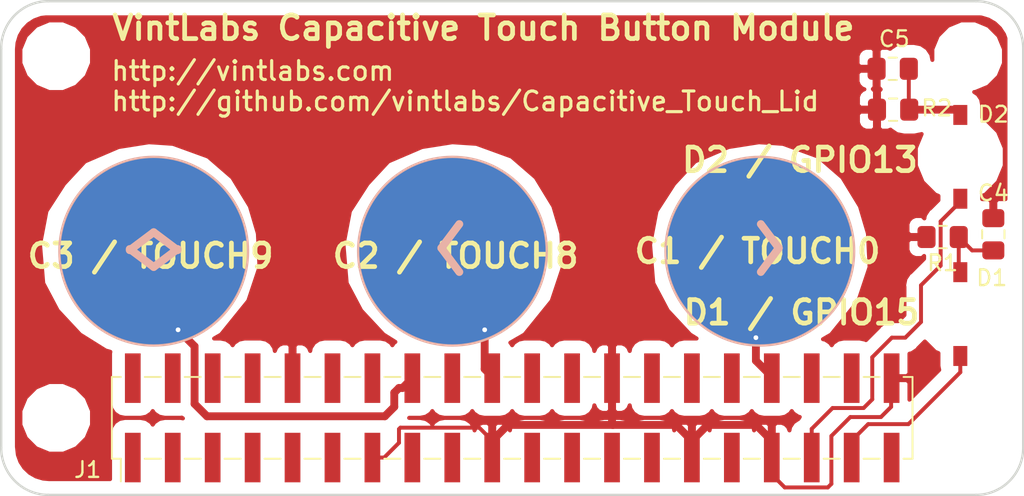
<source format=kicad_pcb>
(kicad_pcb (version 20171130) (host pcbnew 5.1.0)

  (general
    (thickness 1.6)
    (drawings 19)
    (tracks 73)
    (zones 0)
    (modules 14)
    (nets 37)
  )

  (page A4)
  (layers
    (0 F.Cu signal hide)
    (31 B.Cu signal hide)
    (32 B.Adhes user)
    (33 F.Adhes user)
    (34 B.Paste user)
    (35 F.Paste user)
    (36 B.SilkS user)
    (37 F.SilkS user)
    (38 B.Mask user)
    (39 F.Mask user)
    (40 Dwgs.User user)
    (41 Cmts.User user)
    (42 Eco1.User user)
    (43 Eco2.User user)
    (44 Edge.Cuts user)
    (45 Margin user)
    (46 B.CrtYd user)
    (47 F.CrtYd user)
    (48 B.Fab user)
    (49 F.Fab user)
  )

  (setup
    (last_trace_width 0.25)
    (user_trace_width 0.5)
    (trace_clearance 0.2)
    (zone_clearance 0.8)
    (zone_45_only no)
    (trace_min 0.2)
    (via_size 0.8)
    (via_drill 0.4)
    (via_min_size 0.4)
    (via_min_drill 0.3)
    (uvia_size 0.3)
    (uvia_drill 0.1)
    (uvias_allowed no)
    (uvia_min_size 0.2)
    (uvia_min_drill 0.1)
    (edge_width 0.15)
    (segment_width 0.2)
    (pcb_text_width 0.3)
    (pcb_text_size 1.5 1.5)
    (mod_edge_width 0.15)
    (mod_text_size 1 1)
    (mod_text_width 0.15)
    (pad_size 1.524 1.524)
    (pad_drill 0.762)
    (pad_to_mask_clearance 0.051)
    (solder_mask_min_width 0.25)
    (aux_axis_origin 0 0)
    (visible_elements FFFFFF7F)
    (pcbplotparams
      (layerselection 0x010fc_ffffffff)
      (usegerberextensions false)
      (usegerberattributes false)
      (usegerberadvancedattributes false)
      (creategerberjobfile false)
      (excludeedgelayer true)
      (linewidth 0.100000)
      (plotframeref false)
      (viasonmask false)
      (mode 1)
      (useauxorigin false)
      (hpglpennumber 1)
      (hpglpenspeed 20)
      (hpglpendiameter 15.000000)
      (psnegative false)
      (psa4output false)
      (plotreference true)
      (plotvalue true)
      (plotinvisibletext false)
      (padsonsilk false)
      (subtractmaskfromsilk false)
      (outputformat 1)
      (mirror false)
      (drillshape 1)
      (scaleselection 1)
      (outputdirectory ""))
  )

  (net 0 "")
  (net 1 "Net-(J1-Pad1)")
  (net 2 "Net-(J1-Pad2)")
  (net 3 "Net-(J1-Pad3)")
  (net 4 "Net-(J1-Pad4)")
  (net 5 "Net-(J1-Pad5)")
  (net 6 "Net-(J1-Pad6)")
  (net 7 "Net-(J1-Pad7)")
  (net 8 "Net-(J1-Pad8)")
  (net 9 "Net-(J1-Pad11)")
  (net 10 "Net-(J1-Pad12)")
  (net 11 "Net-(J1-Pad17)")
  (net 12 "Net-(J1-Pad18)")
  (net 13 "Net-(J1-Pad21)")
  (net 14 "Net-(J1-Pad22)")
  (net 15 "Net-(J1-Pad23)")
  (net 16 "Net-(J1-Pad24)")
  (net 17 "Net-(J1-Pad27)")
  (net 18 "Net-(J1-Pad28)")
  (net 19 "Net-(J1-Pad31)")
  (net 20 "Net-(J1-Pad32)")
  (net 21 "Net-(J1-Pad36)")
  (net 22 "Net-(C1-Pad1)")
  (net 23 GND)
  (net 24 "Net-(C5-Pad1)")
  (net 25 "Net-(J1-Pad38)")
  (net 26 "Net-(D1-Pad2)")
  (net 27 "Net-(D2-Pad2)")
  (net 28 "Net-(J1-Pad9)")
  (net 29 "Net-(J1-Pad14)")
  (net 30 "Net-(J1-Pad15)")
  (net 31 "Net-(J1-Pad25)")
  (net 32 "Net-(J1-Pad30)")
  (net 33 "Net-(J1-Pad39)")
  (net 34 "Net-(C3-Pad1)")
  (net 35 "Net-(C2-Pad1)")
  (net 36 "Net-(C4-Pad1)")

  (net_class Default "This is the default net class."
    (clearance 0.2)
    (trace_width 0.25)
    (via_dia 0.8)
    (via_drill 0.4)
    (uvia_dia 0.3)
    (uvia_drill 0.1)
    (add_net GND)
    (add_net "Net-(C1-Pad1)")
    (add_net "Net-(C2-Pad1)")
    (add_net "Net-(C3-Pad1)")
    (add_net "Net-(C4-Pad1)")
    (add_net "Net-(C5-Pad1)")
    (add_net "Net-(D1-Pad2)")
    (add_net "Net-(D2-Pad2)")
    (add_net "Net-(J1-Pad1)")
    (add_net "Net-(J1-Pad11)")
    (add_net "Net-(J1-Pad12)")
    (add_net "Net-(J1-Pad14)")
    (add_net "Net-(J1-Pad15)")
    (add_net "Net-(J1-Pad17)")
    (add_net "Net-(J1-Pad18)")
    (add_net "Net-(J1-Pad2)")
    (add_net "Net-(J1-Pad21)")
    (add_net "Net-(J1-Pad22)")
    (add_net "Net-(J1-Pad23)")
    (add_net "Net-(J1-Pad24)")
    (add_net "Net-(J1-Pad25)")
    (add_net "Net-(J1-Pad27)")
    (add_net "Net-(J1-Pad28)")
    (add_net "Net-(J1-Pad3)")
    (add_net "Net-(J1-Pad30)")
    (add_net "Net-(J1-Pad31)")
    (add_net "Net-(J1-Pad32)")
    (add_net "Net-(J1-Pad36)")
    (add_net "Net-(J1-Pad38)")
    (add_net "Net-(J1-Pad39)")
    (add_net "Net-(J1-Pad4)")
    (add_net "Net-(J1-Pad5)")
    (add_net "Net-(J1-Pad6)")
    (add_net "Net-(J1-Pad7)")
    (add_net "Net-(J1-Pad8)")
    (add_net "Net-(J1-Pad9)")
  )

  (module Capacitor_SMD:C_0805_2012Metric_Pad1.15x1.40mm_HandSolder (layer F.Cu) (tedit 5B36C52B) (tstamp 5E13E2E2)
    (at 139.2 82.4 180)
    (descr "Capacitor SMD 0805 (2012 Metric), square (rectangular) end terminal, IPC_7351 nominal with elongated pad for handsoldering. (Body size source: https://docs.google.com/spreadsheets/d/1BsfQQcO9C6DZCsRaXUlFlo91Tg2WpOkGARC1WS5S8t0/edit?usp=sharing), generated with kicad-footprint-generator")
    (tags "capacitor handsolder")
    (path /5E074989)
    (attr smd)
    (fp_text reference C5 (at -0.1 1.9 180) (layer F.SilkS)
      (effects (font (size 1 1) (thickness 0.15)))
    )
    (fp_text value C (at 0 1.65 180) (layer F.Fab)
      (effects (font (size 1 1) (thickness 0.15)))
    )
    (fp_text user %R (at 0 0 180) (layer F.Fab)
      (effects (font (size 0.5 0.5) (thickness 0.08)))
    )
    (fp_line (start 1.85 0.95) (end -1.85 0.95) (layer F.CrtYd) (width 0.05))
    (fp_line (start 1.85 -0.95) (end 1.85 0.95) (layer F.CrtYd) (width 0.05))
    (fp_line (start -1.85 -0.95) (end 1.85 -0.95) (layer F.CrtYd) (width 0.05))
    (fp_line (start -1.85 0.95) (end -1.85 -0.95) (layer F.CrtYd) (width 0.05))
    (fp_line (start -0.261252 0.71) (end 0.261252 0.71) (layer F.SilkS) (width 0.12))
    (fp_line (start -0.261252 -0.71) (end 0.261252 -0.71) (layer F.SilkS) (width 0.12))
    (fp_line (start 1 0.6) (end -1 0.6) (layer F.Fab) (width 0.1))
    (fp_line (start 1 -0.6) (end 1 0.6) (layer F.Fab) (width 0.1))
    (fp_line (start -1 -0.6) (end 1 -0.6) (layer F.Fab) (width 0.1))
    (fp_line (start -1 0.6) (end -1 -0.6) (layer F.Fab) (width 0.1))
    (pad 2 smd roundrect (at 1.025 0 180) (size 1.15 1.4) (layers F.Cu F.Paste F.Mask) (roundrect_rratio 0.217391)
      (net 23 GND))
    (pad 1 smd roundrect (at -1.025 0 180) (size 1.15 1.4) (layers F.Cu F.Paste F.Mask) (roundrect_rratio 0.217391)
      (net 24 "Net-(C5-Pad1)"))
    (model ${KISYS3DMOD}/Capacitor_SMD.3dshapes/C_0805_2012Metric.wrl
      (at (xyz 0 0 0))
      (scale (xyz 1 1 1))
      (rotate (xyz 0 0 0))
    )
  )

  (module Capacitor_SMD:C_0805_2012Metric_Pad1.15x1.40mm_HandSolder (layer F.Cu) (tedit 5B36C52B) (tstamp 5E13E2D1)
    (at 145.6 92.924999 90)
    (descr "Capacitor SMD 0805 (2012 Metric), square (rectangular) end terminal, IPC_7351 nominal with elongated pad for handsoldering. (Body size source: https://docs.google.com/spreadsheets/d/1BsfQQcO9C6DZCsRaXUlFlo91Tg2WpOkGARC1WS5S8t0/edit?usp=sharing), generated with kicad-footprint-generator")
    (tags "capacitor handsolder")
    (path /5E074912)
    (attr smd)
    (fp_text reference C4 (at 2.624999 0) (layer F.SilkS)
      (effects (font (size 1 1) (thickness 0.15)))
    )
    (fp_text value C (at 0 1.65 90) (layer F.Fab)
      (effects (font (size 1 1) (thickness 0.15)))
    )
    (fp_line (start -1 0.6) (end -1 -0.6) (layer F.Fab) (width 0.1))
    (fp_line (start -1 -0.6) (end 1 -0.6) (layer F.Fab) (width 0.1))
    (fp_line (start 1 -0.6) (end 1 0.6) (layer F.Fab) (width 0.1))
    (fp_line (start 1 0.6) (end -1 0.6) (layer F.Fab) (width 0.1))
    (fp_line (start -0.261252 -0.71) (end 0.261252 -0.71) (layer F.SilkS) (width 0.12))
    (fp_line (start -0.261252 0.71) (end 0.261252 0.71) (layer F.SilkS) (width 0.12))
    (fp_line (start -1.85 0.95) (end -1.85 -0.95) (layer F.CrtYd) (width 0.05))
    (fp_line (start -1.85 -0.95) (end 1.85 -0.95) (layer F.CrtYd) (width 0.05))
    (fp_line (start 1.85 -0.95) (end 1.85 0.95) (layer F.CrtYd) (width 0.05))
    (fp_line (start 1.85 0.95) (end -1.85 0.95) (layer F.CrtYd) (width 0.05))
    (fp_text user %R (at 0 0 90) (layer F.Fab)
      (effects (font (size 0.5 0.5) (thickness 0.08)))
    )
    (pad 1 smd roundrect (at -1.025 0 90) (size 1.15 1.4) (layers F.Cu F.Paste F.Mask) (roundrect_rratio 0.217391)
      (net 36 "Net-(C4-Pad1)"))
    (pad 2 smd roundrect (at 1.025 0 90) (size 1.15 1.4) (layers F.Cu F.Paste F.Mask) (roundrect_rratio 0.217391)
      (net 23 GND))
    (model ${KISYS3DMOD}/Capacitor_SMD.3dshapes/C_0805_2012Metric.wrl
      (at (xyz 0 0 0))
      (scale (xyz 1 1 1))
      (rotate (xyz 0 0 0))
    )
  )

  (module "Capacitive_Touch_Lid:Round Touch Pad" (layer B.Cu) (tedit 5E066DD1) (tstamp 5E074898)
    (at 92.2 94)
    (path /5E066F85)
    (fp_text reference C3 (at 0 -0.5) (layer F.SilkS) hide
      (effects (font (size 1 1) (thickness 0.15)))
    )
    (fp_text value C_Variable (at 0 0.5) (layer B.Fab)
      (effects (font (size 1 1) (thickness 0.15)) (justify mirror))
    )
    (fp_circle (center 0 0) (end 6.8 0) (layer B.CrtYd) (width 0.15))
    (fp_circle (center 0 0) (end 6 0) (layer B.SilkS) (width 0.15))
    (pad 1 smd circle (at 0 0) (size 12 12) (layers B.Cu)
      (net 34 "Net-(C3-Pad1)") (clearance 1))
  )

  (module "Capacitive_Touch_Lid:Round Touch Pad" (layer B.Cu) (tedit 5E066DD1) (tstamp 5E074891)
    (at 111.2 94)
    (path /5E0670EE)
    (fp_text reference C2 (at 0 -0.5) (layer F.SilkS) hide
      (effects (font (size 1 1) (thickness 0.15)))
    )
    (fp_text value C_Variable (at 0 0.5) (layer B.Fab)
      (effects (font (size 1 1) (thickness 0.15)) (justify mirror))
    )
    (fp_circle (center 0 0) (end 6 0) (layer B.SilkS) (width 0.15))
    (fp_circle (center 0 0) (end 6.8 0) (layer B.CrtYd) (width 0.15))
    (pad 1 smd circle (at 0 0) (size 12 12) (layers B.Cu)
      (net 35 "Net-(C2-Pad1)") (clearance 1))
  )

  (module "Capacitive_Touch_Lid:Round Touch Pad" (layer B.Cu) (tedit 5E066DD1) (tstamp 5E3F91A4)
    (at 130.75 94)
    (path /5E066159)
    (fp_text reference C1 (at 0 -0.5) (layer F.SilkS) hide
      (effects (font (size 1 1) (thickness 0.15)))
    )
    (fp_text value C_Variable (at 0 0.5) (layer B.Fab)
      (effects (font (size 1 1) (thickness 0.15)) (justify mirror))
    )
    (fp_circle (center 0 0) (end 6 0) (layer B.SilkS) (width 0.15))
    (fp_circle (center 0 0) (end 6.8 0) (layer B.CrtYd) (width 0.15))
    (pad 1 smd circle (at 0 0) (size 12 12) (layers B.Cu)
      (net 22 "Net-(C1-Pad1)") (clearance 1))
  )

  (module "Capacitive_Touch_Lid:HLMP-Q105 Reverse LED" (layer F.Cu) (tedit 5E068919) (tstamp 5E299A17)
    (at 143.5 88 270)
    (path /5E068C48)
    (fp_text reference D2 (at -2.7 -2.1 180) (layer F.SilkS)
      (effects (font (size 1 1) (thickness 0.15)))
    )
    (fp_text value LED (at 0 -0.5 270) (layer F.Fab)
      (effects (font (size 1 1) (thickness 0.15)))
    )
    (pad "" np_thru_hole circle (at 0 0 270) (size 3.8 3.8) (drill 3.8) (layers *.Cu *.Mask))
    (pad 2 smd rect (at 2.665 0 270) (size 1.27 0.89) (layers F.Cu F.Paste F.Mask)
      (net 27 "Net-(D2-Pad2)"))
    (pad 1 smd rect (at -2.665 0 270) (size 1.27 0.89) (layers F.Cu F.Paste F.Mask)
      (net 24 "Net-(C5-Pad1)"))
  )

  (module "Capacitive_Touch_Lid:HLMP-Q105 Reverse LED" (layer F.Cu) (tedit 5E068919) (tstamp 5E2999FA)
    (at 143.5 98 270)
    (path /5E068992)
    (fp_text reference D1 (at -2.3 -2 180) (layer F.SilkS)
      (effects (font (size 1 1) (thickness 0.15)))
    )
    (fp_text value LED (at 0 -0.5 270) (layer F.Fab)
      (effects (font (size 1 1) (thickness 0.15)))
    )
    (pad "" np_thru_hole circle (at 0 0 270) (size 3.8 3.8) (drill 3.8) (layers *.Cu *.Mask))
    (pad 2 smd rect (at 2.665 0 270) (size 1.27 0.89) (layers F.Cu F.Paste F.Mask)
      (net 26 "Net-(D1-Pad2)"))
    (pad 1 smd rect (at -2.665 0 270) (size 1.27 0.89) (layers F.Cu F.Paste F.Mask)
      (net 36 "Net-(C4-Pad1)"))
  )

  (module Resistor_SMD:R_0805_2012Metric_Pad1.15x1.40mm_HandSolder (layer F.Cu) (tedit 5B36C52B) (tstamp 5E2999CC)
    (at 139.225 85 180)
    (descr "Resistor SMD 0805 (2012 Metric), square (rectangular) end terminal, IPC_7351 nominal with elongated pad for handsoldering. (Body size source: https://docs.google.com/spreadsheets/d/1BsfQQcO9C6DZCsRaXUlFlo91Tg2WpOkGARC1WS5S8t0/edit?usp=sharing), generated with kicad-footprint-generator")
    (tags "resistor handsolder")
    (path /5E068C4F)
    (attr smd)
    (fp_text reference R2 (at -2.775 0.1 180) (layer F.SilkS)
      (effects (font (size 1 1) (thickness 0.15)))
    )
    (fp_text value R (at 0 1.65 180) (layer F.Fab)
      (effects (font (size 1 1) (thickness 0.15)))
    )
    (fp_text user %R (at 0 0 180) (layer F.Fab)
      (effects (font (size 0.5 0.5) (thickness 0.08)))
    )
    (fp_line (start 1.85 0.95) (end -1.85 0.95) (layer F.CrtYd) (width 0.05))
    (fp_line (start 1.85 -0.95) (end 1.85 0.95) (layer F.CrtYd) (width 0.05))
    (fp_line (start -1.85 -0.95) (end 1.85 -0.95) (layer F.CrtYd) (width 0.05))
    (fp_line (start -1.85 0.95) (end -1.85 -0.95) (layer F.CrtYd) (width 0.05))
    (fp_line (start -0.261252 0.71) (end 0.261252 0.71) (layer F.SilkS) (width 0.12))
    (fp_line (start -0.261252 -0.71) (end 0.261252 -0.71) (layer F.SilkS) (width 0.12))
    (fp_line (start 1 0.6) (end -1 0.6) (layer F.Fab) (width 0.1))
    (fp_line (start 1 -0.6) (end 1 0.6) (layer F.Fab) (width 0.1))
    (fp_line (start -1 -0.6) (end 1 -0.6) (layer F.Fab) (width 0.1))
    (fp_line (start -1 0.6) (end -1 -0.6) (layer F.Fab) (width 0.1))
    (pad 2 smd roundrect (at 1.025 0 180) (size 1.15 1.4) (layers F.Cu F.Paste F.Mask) (roundrect_rratio 0.217391)
      (net 23 GND))
    (pad 1 smd roundrect (at -1.025 0 180) (size 1.15 1.4) (layers F.Cu F.Paste F.Mask) (roundrect_rratio 0.217391)
      (net 24 "Net-(C5-Pad1)"))
    (model ${KISYS3DMOD}/Resistor_SMD.3dshapes/R_0805_2012Metric.wrl
      (at (xyz 0 0 0))
      (scale (xyz 1 1 1))
      (rotate (xyz 0 0 0))
    )
  )

  (module Resistor_SMD:R_0805_2012Metric_Pad1.15x1.40mm_HandSolder (layer F.Cu) (tedit 5B36C52B) (tstamp 5E2999BB)
    (at 142.375 93.1 180)
    (descr "Resistor SMD 0805 (2012 Metric), square (rectangular) end terminal, IPC_7351 nominal with elongated pad for handsoldering. (Body size source: https://docs.google.com/spreadsheets/d/1BsfQQcO9C6DZCsRaXUlFlo91Tg2WpOkGARC1WS5S8t0/edit?usp=sharing), generated with kicad-footprint-generator")
    (tags "resistor handsolder")
    (path /5E068A5F)
    (attr smd)
    (fp_text reference R1 (at 0 -1.65 180) (layer F.SilkS)
      (effects (font (size 1 1) (thickness 0.15)))
    )
    (fp_text value R (at 0 1.65 180) (layer F.Fab)
      (effects (font (size 1 1) (thickness 0.15)))
    )
    (fp_line (start -1 0.6) (end -1 -0.6) (layer F.Fab) (width 0.1))
    (fp_line (start -1 -0.6) (end 1 -0.6) (layer F.Fab) (width 0.1))
    (fp_line (start 1 -0.6) (end 1 0.6) (layer F.Fab) (width 0.1))
    (fp_line (start 1 0.6) (end -1 0.6) (layer F.Fab) (width 0.1))
    (fp_line (start -0.261252 -0.71) (end 0.261252 -0.71) (layer F.SilkS) (width 0.12))
    (fp_line (start -0.261252 0.71) (end 0.261252 0.71) (layer F.SilkS) (width 0.12))
    (fp_line (start -1.85 0.95) (end -1.85 -0.95) (layer F.CrtYd) (width 0.05))
    (fp_line (start -1.85 -0.95) (end 1.85 -0.95) (layer F.CrtYd) (width 0.05))
    (fp_line (start 1.85 -0.95) (end 1.85 0.95) (layer F.CrtYd) (width 0.05))
    (fp_line (start 1.85 0.95) (end -1.85 0.95) (layer F.CrtYd) (width 0.05))
    (fp_text user %R (at 0 0 180) (layer F.Fab)
      (effects (font (size 0.5 0.5) (thickness 0.08)))
    )
    (pad 1 smd roundrect (at -1.025 0 180) (size 1.15 1.4) (layers F.Cu F.Paste F.Mask) (roundrect_rratio 0.217391)
      (net 36 "Net-(C4-Pad1)"))
    (pad 2 smd roundrect (at 1.025 0 180) (size 1.15 1.4) (layers F.Cu F.Paste F.Mask) (roundrect_rratio 0.217391)
      (net 23 GND))
    (model ${KISYS3DMOD}/Resistor_SMD.3dshapes/R_0805_2012Metric.wrl
      (at (xyz 0 0 0))
      (scale (xyz 1 1 1))
      (rotate (xyz 0 0 0))
    )
  )

  (module Connector_PinHeader_2.54mm:PinHeader_2x20_P2.54mm_Vertical_SMD (layer F.Cu) (tedit 59FED5CC) (tstamp 5E132FD4)
    (at 115 104.6 90)
    (descr "surface-mounted straight pin header, 2x20, 2.54mm pitch, double rows")
    (tags "Surface mounted pin header SMD 2x20 2.54mm double row")
    (path /5E065CE4)
    (attr smd)
    (fp_text reference J1 (at -3.3 -27 180) (layer F.SilkS)
      (effects (font (size 1 1) (thickness 0.15)))
    )
    (fp_text value Conn_02x20_Odd_Even (at 0 26.46 90) (layer F.Fab)
      (effects (font (size 1 1) (thickness 0.15)))
    )
    (fp_line (start 2.54 25.4) (end -2.54 25.4) (layer F.Fab) (width 0.1))
    (fp_line (start -1.59 -25.4) (end 2.54 -25.4) (layer F.Fab) (width 0.1))
    (fp_line (start -2.54 25.4) (end -2.54 -24.45) (layer F.Fab) (width 0.1))
    (fp_line (start -2.54 -24.45) (end -1.59 -25.4) (layer F.Fab) (width 0.1))
    (fp_line (start 2.54 -25.4) (end 2.54 25.4) (layer F.Fab) (width 0.1))
    (fp_line (start -2.54 -24.45) (end -3.6 -24.45) (layer F.Fab) (width 0.1))
    (fp_line (start -3.6 -24.45) (end -3.6 -23.81) (layer F.Fab) (width 0.1))
    (fp_line (start -3.6 -23.81) (end -2.54 -23.81) (layer F.Fab) (width 0.1))
    (fp_line (start 2.54 -24.45) (end 3.6 -24.45) (layer F.Fab) (width 0.1))
    (fp_line (start 3.6 -24.45) (end 3.6 -23.81) (layer F.Fab) (width 0.1))
    (fp_line (start 3.6 -23.81) (end 2.54 -23.81) (layer F.Fab) (width 0.1))
    (fp_line (start -2.54 -21.91) (end -3.6 -21.91) (layer F.Fab) (width 0.1))
    (fp_line (start -3.6 -21.91) (end -3.6 -21.27) (layer F.Fab) (width 0.1))
    (fp_line (start -3.6 -21.27) (end -2.54 -21.27) (layer F.Fab) (width 0.1))
    (fp_line (start 2.54 -21.91) (end 3.6 -21.91) (layer F.Fab) (width 0.1))
    (fp_line (start 3.6 -21.91) (end 3.6 -21.27) (layer F.Fab) (width 0.1))
    (fp_line (start 3.6 -21.27) (end 2.54 -21.27) (layer F.Fab) (width 0.1))
    (fp_line (start -2.54 -19.37) (end -3.6 -19.37) (layer F.Fab) (width 0.1))
    (fp_line (start -3.6 -19.37) (end -3.6 -18.73) (layer F.Fab) (width 0.1))
    (fp_line (start -3.6 -18.73) (end -2.54 -18.73) (layer F.Fab) (width 0.1))
    (fp_line (start 2.54 -19.37) (end 3.6 -19.37) (layer F.Fab) (width 0.1))
    (fp_line (start 3.6 -19.37) (end 3.6 -18.73) (layer F.Fab) (width 0.1))
    (fp_line (start 3.6 -18.73) (end 2.54 -18.73) (layer F.Fab) (width 0.1))
    (fp_line (start -2.54 -16.83) (end -3.6 -16.83) (layer F.Fab) (width 0.1))
    (fp_line (start -3.6 -16.83) (end -3.6 -16.19) (layer F.Fab) (width 0.1))
    (fp_line (start -3.6 -16.19) (end -2.54 -16.19) (layer F.Fab) (width 0.1))
    (fp_line (start 2.54 -16.83) (end 3.6 -16.83) (layer F.Fab) (width 0.1))
    (fp_line (start 3.6 -16.83) (end 3.6 -16.19) (layer F.Fab) (width 0.1))
    (fp_line (start 3.6 -16.19) (end 2.54 -16.19) (layer F.Fab) (width 0.1))
    (fp_line (start -2.54 -14.29) (end -3.6 -14.29) (layer F.Fab) (width 0.1))
    (fp_line (start -3.6 -14.29) (end -3.6 -13.65) (layer F.Fab) (width 0.1))
    (fp_line (start -3.6 -13.65) (end -2.54 -13.65) (layer F.Fab) (width 0.1))
    (fp_line (start 2.54 -14.29) (end 3.6 -14.29) (layer F.Fab) (width 0.1))
    (fp_line (start 3.6 -14.29) (end 3.6 -13.65) (layer F.Fab) (width 0.1))
    (fp_line (start 3.6 -13.65) (end 2.54 -13.65) (layer F.Fab) (width 0.1))
    (fp_line (start -2.54 -11.75) (end -3.6 -11.75) (layer F.Fab) (width 0.1))
    (fp_line (start -3.6 -11.75) (end -3.6 -11.11) (layer F.Fab) (width 0.1))
    (fp_line (start -3.6 -11.11) (end -2.54 -11.11) (layer F.Fab) (width 0.1))
    (fp_line (start 2.54 -11.75) (end 3.6 -11.75) (layer F.Fab) (width 0.1))
    (fp_line (start 3.6 -11.75) (end 3.6 -11.11) (layer F.Fab) (width 0.1))
    (fp_line (start 3.6 -11.11) (end 2.54 -11.11) (layer F.Fab) (width 0.1))
    (fp_line (start -2.54 -9.21) (end -3.6 -9.21) (layer F.Fab) (width 0.1))
    (fp_line (start -3.6 -9.21) (end -3.6 -8.57) (layer F.Fab) (width 0.1))
    (fp_line (start -3.6 -8.57) (end -2.54 -8.57) (layer F.Fab) (width 0.1))
    (fp_line (start 2.54 -9.21) (end 3.6 -9.21) (layer F.Fab) (width 0.1))
    (fp_line (start 3.6 -9.21) (end 3.6 -8.57) (layer F.Fab) (width 0.1))
    (fp_line (start 3.6 -8.57) (end 2.54 -8.57) (layer F.Fab) (width 0.1))
    (fp_line (start -2.54 -6.67) (end -3.6 -6.67) (layer F.Fab) (width 0.1))
    (fp_line (start -3.6 -6.67) (end -3.6 -6.03) (layer F.Fab) (width 0.1))
    (fp_line (start -3.6 -6.03) (end -2.54 -6.03) (layer F.Fab) (width 0.1))
    (fp_line (start 2.54 -6.67) (end 3.6 -6.67) (layer F.Fab) (width 0.1))
    (fp_line (start 3.6 -6.67) (end 3.6 -6.03) (layer F.Fab) (width 0.1))
    (fp_line (start 3.6 -6.03) (end 2.54 -6.03) (layer F.Fab) (width 0.1))
    (fp_line (start -2.54 -4.13) (end -3.6 -4.13) (layer F.Fab) (width 0.1))
    (fp_line (start -3.6 -4.13) (end -3.6 -3.49) (layer F.Fab) (width 0.1))
    (fp_line (start -3.6 -3.49) (end -2.54 -3.49) (layer F.Fab) (width 0.1))
    (fp_line (start 2.54 -4.13) (end 3.6 -4.13) (layer F.Fab) (width 0.1))
    (fp_line (start 3.6 -4.13) (end 3.6 -3.49) (layer F.Fab) (width 0.1))
    (fp_line (start 3.6 -3.49) (end 2.54 -3.49) (layer F.Fab) (width 0.1))
    (fp_line (start -2.54 -1.59) (end -3.6 -1.59) (layer F.Fab) (width 0.1))
    (fp_line (start -3.6 -1.59) (end -3.6 -0.95) (layer F.Fab) (width 0.1))
    (fp_line (start -3.6 -0.95) (end -2.54 -0.95) (layer F.Fab) (width 0.1))
    (fp_line (start 2.54 -1.59) (end 3.6 -1.59) (layer F.Fab) (width 0.1))
    (fp_line (start 3.6 -1.59) (end 3.6 -0.95) (layer F.Fab) (width 0.1))
    (fp_line (start 3.6 -0.95) (end 2.54 -0.95) (layer F.Fab) (width 0.1))
    (fp_line (start -2.54 0.95) (end -3.6 0.95) (layer F.Fab) (width 0.1))
    (fp_line (start -3.6 0.95) (end -3.6 1.59) (layer F.Fab) (width 0.1))
    (fp_line (start -3.6 1.59) (end -2.54 1.59) (layer F.Fab) (width 0.1))
    (fp_line (start 2.54 0.95) (end 3.6 0.95) (layer F.Fab) (width 0.1))
    (fp_line (start 3.6 0.95) (end 3.6 1.59) (layer F.Fab) (width 0.1))
    (fp_line (start 3.6 1.59) (end 2.54 1.59) (layer F.Fab) (width 0.1))
    (fp_line (start -2.54 3.49) (end -3.6 3.49) (layer F.Fab) (width 0.1))
    (fp_line (start -3.6 3.49) (end -3.6 4.13) (layer F.Fab) (width 0.1))
    (fp_line (start -3.6 4.13) (end -2.54 4.13) (layer F.Fab) (width 0.1))
    (fp_line (start 2.54 3.49) (end 3.6 3.49) (layer F.Fab) (width 0.1))
    (fp_line (start 3.6 3.49) (end 3.6 4.13) (layer F.Fab) (width 0.1))
    (fp_line (start 3.6 4.13) (end 2.54 4.13) (layer F.Fab) (width 0.1))
    (fp_line (start -2.54 6.03) (end -3.6 6.03) (layer F.Fab) (width 0.1))
    (fp_line (start -3.6 6.03) (end -3.6 6.67) (layer F.Fab) (width 0.1))
    (fp_line (start -3.6 6.67) (end -2.54 6.67) (layer F.Fab) (width 0.1))
    (fp_line (start 2.54 6.03) (end 3.6 6.03) (layer F.Fab) (width 0.1))
    (fp_line (start 3.6 6.03) (end 3.6 6.67) (layer F.Fab) (width 0.1))
    (fp_line (start 3.6 6.67) (end 2.54 6.67) (layer F.Fab) (width 0.1))
    (fp_line (start -2.54 8.57) (end -3.6 8.57) (layer F.Fab) (width 0.1))
    (fp_line (start -3.6 8.57) (end -3.6 9.21) (layer F.Fab) (width 0.1))
    (fp_line (start -3.6 9.21) (end -2.54 9.21) (layer F.Fab) (width 0.1))
    (fp_line (start 2.54 8.57) (end 3.6 8.57) (layer F.Fab) (width 0.1))
    (fp_line (start 3.6 8.57) (end 3.6 9.21) (layer F.Fab) (width 0.1))
    (fp_line (start 3.6 9.21) (end 2.54 9.21) (layer F.Fab) (width 0.1))
    (fp_line (start -2.54 11.11) (end -3.6 11.11) (layer F.Fab) (width 0.1))
    (fp_line (start -3.6 11.11) (end -3.6 11.75) (layer F.Fab) (width 0.1))
    (fp_line (start -3.6 11.75) (end -2.54 11.75) (layer F.Fab) (width 0.1))
    (fp_line (start 2.54 11.11) (end 3.6 11.11) (layer F.Fab) (width 0.1))
    (fp_line (start 3.6 11.11) (end 3.6 11.75) (layer F.Fab) (width 0.1))
    (fp_line (start 3.6 11.75) (end 2.54 11.75) (layer F.Fab) (width 0.1))
    (fp_line (start -2.54 13.65) (end -3.6 13.65) (layer F.Fab) (width 0.1))
    (fp_line (start -3.6 13.65) (end -3.6 14.29) (layer F.Fab) (width 0.1))
    (fp_line (start -3.6 14.29) (end -2.54 14.29) (layer F.Fab) (width 0.1))
    (fp_line (start 2.54 13.65) (end 3.6 13.65) (layer F.Fab) (width 0.1))
    (fp_line (start 3.6 13.65) (end 3.6 14.29) (layer F.Fab) (width 0.1))
    (fp_line (start 3.6 14.29) (end 2.54 14.29) (layer F.Fab) (width 0.1))
    (fp_line (start -2.54 16.19) (end -3.6 16.19) (layer F.Fab) (width 0.1))
    (fp_line (start -3.6 16.19) (end -3.6 16.83) (layer F.Fab) (width 0.1))
    (fp_line (start -3.6 16.83) (end -2.54 16.83) (layer F.Fab) (width 0.1))
    (fp_line (start 2.54 16.19) (end 3.6 16.19) (layer F.Fab) (width 0.1))
    (fp_line (start 3.6 16.19) (end 3.6 16.83) (layer F.Fab) (width 0.1))
    (fp_line (start 3.6 16.83) (end 2.54 16.83) (layer F.Fab) (width 0.1))
    (fp_line (start -2.54 18.73) (end -3.6 18.73) (layer F.Fab) (width 0.1))
    (fp_line (start -3.6 18.73) (end -3.6 19.37) (layer F.Fab) (width 0.1))
    (fp_line (start -3.6 19.37) (end -2.54 19.37) (layer F.Fab) (width 0.1))
    (fp_line (start 2.54 18.73) (end 3.6 18.73) (layer F.Fab) (width 0.1))
    (fp_line (start 3.6 18.73) (end 3.6 19.37) (layer F.Fab) (width 0.1))
    (fp_line (start 3.6 19.37) (end 2.54 19.37) (layer F.Fab) (width 0.1))
    (fp_line (start -2.54 21.27) (end -3.6 21.27) (layer F.Fab) (width 0.1))
    (fp_line (start -3.6 21.27) (end -3.6 21.91) (layer F.Fab) (width 0.1))
    (fp_line (start -3.6 21.91) (end -2.54 21.91) (layer F.Fab) (width 0.1))
    (fp_line (start 2.54 21.27) (end 3.6 21.27) (layer F.Fab) (width 0.1))
    (fp_line (start 3.6 21.27) (end 3.6 21.91) (layer F.Fab) (width 0.1))
    (fp_line (start 3.6 21.91) (end 2.54 21.91) (layer F.Fab) (width 0.1))
    (fp_line (start -2.54 23.81) (end -3.6 23.81) (layer F.Fab) (width 0.1))
    (fp_line (start -3.6 23.81) (end -3.6 24.45) (layer F.Fab) (width 0.1))
    (fp_line (start -3.6 24.45) (end -2.54 24.45) (layer F.Fab) (width 0.1))
    (fp_line (start 2.54 23.81) (end 3.6 23.81) (layer F.Fab) (width 0.1))
    (fp_line (start 3.6 23.81) (end 3.6 24.45) (layer F.Fab) (width 0.1))
    (fp_line (start 3.6 24.45) (end 2.54 24.45) (layer F.Fab) (width 0.1))
    (fp_line (start -2.6 -25.46) (end 2.6 -25.46) (layer F.SilkS) (width 0.12))
    (fp_line (start -2.6 25.46) (end 2.6 25.46) (layer F.SilkS) (width 0.12))
    (fp_line (start -4.04 -24.89) (end -2.6 -24.89) (layer F.SilkS) (width 0.12))
    (fp_line (start -2.6 -25.46) (end -2.6 -24.89) (layer F.SilkS) (width 0.12))
    (fp_line (start 2.6 -25.46) (end 2.6 -24.89) (layer F.SilkS) (width 0.12))
    (fp_line (start -2.6 24.89) (end -2.6 25.46) (layer F.SilkS) (width 0.12))
    (fp_line (start 2.6 24.89) (end 2.6 25.46) (layer F.SilkS) (width 0.12))
    (fp_line (start -2.6 -23.37) (end -2.6 -22.35) (layer F.SilkS) (width 0.12))
    (fp_line (start 2.6 -23.37) (end 2.6 -22.35) (layer F.SilkS) (width 0.12))
    (fp_line (start -2.6 -20.83) (end -2.6 -19.81) (layer F.SilkS) (width 0.12))
    (fp_line (start 2.6 -20.83) (end 2.6 -19.81) (layer F.SilkS) (width 0.12))
    (fp_line (start -2.6 -18.29) (end -2.6 -17.27) (layer F.SilkS) (width 0.12))
    (fp_line (start 2.6 -18.29) (end 2.6 -17.27) (layer F.SilkS) (width 0.12))
    (fp_line (start -2.6 -15.75) (end -2.6 -14.73) (layer F.SilkS) (width 0.12))
    (fp_line (start 2.6 -15.75) (end 2.6 -14.73) (layer F.SilkS) (width 0.12))
    (fp_line (start -2.6 -13.21) (end -2.6 -12.19) (layer F.SilkS) (width 0.12))
    (fp_line (start 2.6 -13.21) (end 2.6 -12.19) (layer F.SilkS) (width 0.12))
    (fp_line (start -2.6 -10.67) (end -2.6 -9.65) (layer F.SilkS) (width 0.12))
    (fp_line (start 2.6 -10.67) (end 2.6 -9.65) (layer F.SilkS) (width 0.12))
    (fp_line (start -2.6 -8.13) (end -2.6 -7.11) (layer F.SilkS) (width 0.12))
    (fp_line (start 2.6 -8.13) (end 2.6 -7.11) (layer F.SilkS) (width 0.12))
    (fp_line (start -2.6 -5.59) (end -2.6 -4.57) (layer F.SilkS) (width 0.12))
    (fp_line (start 2.6 -5.59) (end 2.6 -4.57) (layer F.SilkS) (width 0.12))
    (fp_line (start -2.6 -3.05) (end -2.6 -2.03) (layer F.SilkS) (width 0.12))
    (fp_line (start 2.6 -3.05) (end 2.6 -2.03) (layer F.SilkS) (width 0.12))
    (fp_line (start -2.6 -0.51) (end -2.6 0.51) (layer F.SilkS) (width 0.12))
    (fp_line (start 2.6 -0.51) (end 2.6 0.51) (layer F.SilkS) (width 0.12))
    (fp_line (start -2.6 2.03) (end -2.6 3.05) (layer F.SilkS) (width 0.12))
    (fp_line (start 2.6 2.03) (end 2.6 3.05) (layer F.SilkS) (width 0.12))
    (fp_line (start -2.6 4.57) (end -2.6 5.59) (layer F.SilkS) (width 0.12))
    (fp_line (start 2.6 4.57) (end 2.6 5.59) (layer F.SilkS) (width 0.12))
    (fp_line (start -2.6 7.11) (end -2.6 8.13) (layer F.SilkS) (width 0.12))
    (fp_line (start 2.6 7.11) (end 2.6 8.13) (layer F.SilkS) (width 0.12))
    (fp_line (start -2.6 9.65) (end -2.6 10.67) (layer F.SilkS) (width 0.12))
    (fp_line (start 2.6 9.65) (end 2.6 10.67) (layer F.SilkS) (width 0.12))
    (fp_line (start -2.6 12.19) (end -2.6 13.21) (layer F.SilkS) (width 0.12))
    (fp_line (start 2.6 12.19) (end 2.6 13.21) (layer F.SilkS) (width 0.12))
    (fp_line (start -2.6 14.73) (end -2.6 15.75) (layer F.SilkS) (width 0.12))
    (fp_line (start 2.6 14.73) (end 2.6 15.75) (layer F.SilkS) (width 0.12))
    (fp_line (start -2.6 17.27) (end -2.6 18.29) (layer F.SilkS) (width 0.12))
    (fp_line (start 2.6 17.27) (end 2.6 18.29) (layer F.SilkS) (width 0.12))
    (fp_line (start -2.6 19.81) (end -2.6 20.83) (layer F.SilkS) (width 0.12))
    (fp_line (start 2.6 19.81) (end 2.6 20.83) (layer F.SilkS) (width 0.12))
    (fp_line (start -2.6 22.35) (end -2.6 23.37) (layer F.SilkS) (width 0.12))
    (fp_line (start 2.6 22.35) (end 2.6 23.37) (layer F.SilkS) (width 0.12))
    (fp_line (start -5.9 -25.9) (end -5.9 25.9) (layer F.CrtYd) (width 0.05))
    (fp_line (start -5.9 25.9) (end 5.9 25.9) (layer F.CrtYd) (width 0.05))
    (fp_line (start 5.9 25.9) (end 5.9 -25.9) (layer F.CrtYd) (width 0.05))
    (fp_line (start 5.9 -25.9) (end -5.9 -25.9) (layer F.CrtYd) (width 0.05))
    (fp_text user %R (at 0 0 180) (layer F.Fab)
      (effects (font (size 1 1) (thickness 0.15)))
    )
    (pad 1 smd rect (at -2.525 -24.13 90) (size 3.15 1) (layers F.Cu F.Paste F.Mask)
      (net 1 "Net-(J1-Pad1)"))
    (pad 2 smd rect (at 2.525 -24.13 90) (size 3.15 1) (layers F.Cu F.Paste F.Mask)
      (net 2 "Net-(J1-Pad2)"))
    (pad 3 smd rect (at -2.525 -21.59 90) (size 3.15 1) (layers F.Cu F.Paste F.Mask)
      (net 3 "Net-(J1-Pad3)"))
    (pad 4 smd rect (at 2.525 -21.59 90) (size 3.15 1) (layers F.Cu F.Paste F.Mask)
      (net 4 "Net-(J1-Pad4)"))
    (pad 5 smd rect (at -2.525 -19.05 90) (size 3.15 1) (layers F.Cu F.Paste F.Mask)
      (net 5 "Net-(J1-Pad5)"))
    (pad 6 smd rect (at 2.525 -19.05 90) (size 3.15 1) (layers F.Cu F.Paste F.Mask)
      (net 6 "Net-(J1-Pad6)"))
    (pad 7 smd rect (at -2.525 -16.51 90) (size 3.15 1) (layers F.Cu F.Paste F.Mask)
      (net 7 "Net-(J1-Pad7)"))
    (pad 8 smd rect (at 2.525 -16.51 90) (size 3.15 1) (layers F.Cu F.Paste F.Mask)
      (net 8 "Net-(J1-Pad8)"))
    (pad 9 smd rect (at -2.525 -13.97 90) (size 3.15 1) (layers F.Cu F.Paste F.Mask)
      (net 28 "Net-(J1-Pad9)"))
    (pad 10 smd rect (at 2.525 -13.97 90) (size 3.15 1) (layers F.Cu F.Paste F.Mask)
      (net 23 GND))
    (pad 11 smd rect (at -2.525 -11.43 90) (size 3.15 1) (layers F.Cu F.Paste F.Mask)
      (net 9 "Net-(J1-Pad11)"))
    (pad 12 smd rect (at 2.525 -11.43 90) (size 3.15 1) (layers F.Cu F.Paste F.Mask)
      (net 10 "Net-(J1-Pad12)"))
    (pad 13 smd rect (at -2.525 -8.89 90) (size 3.15 1) (layers F.Cu F.Paste F.Mask)
      (net 23 GND))
    (pad 14 smd rect (at 2.525 -8.89 90) (size 3.15 1) (layers F.Cu F.Paste F.Mask)
      (net 29 "Net-(J1-Pad14)"))
    (pad 15 smd rect (at -2.525 -6.35 90) (size 3.15 1) (layers F.Cu F.Paste F.Mask)
      (net 30 "Net-(J1-Pad15)"))
    (pad 16 smd rect (at 2.525 -6.35 90) (size 3.15 1) (layers F.Cu F.Paste F.Mask)
      (net 34 "Net-(C3-Pad1)"))
    (pad 17 smd rect (at -2.525 -3.81 90) (size 3.15 1) (layers F.Cu F.Paste F.Mask)
      (net 11 "Net-(J1-Pad17)"))
    (pad 18 smd rect (at 2.525 -3.81 90) (size 3.15 1) (layers F.Cu F.Paste F.Mask)
      (net 12 "Net-(J1-Pad18)"))
    (pad 19 smd rect (at -2.525 -1.27 90) (size 3.15 1) (layers F.Cu F.Paste F.Mask)
      (net 23 GND))
    (pad 20 smd rect (at 2.525 -1.27 90) (size 3.15 1) (layers F.Cu F.Paste F.Mask)
      (net 35 "Net-(C2-Pad1)"))
    (pad 21 smd rect (at -2.525 1.27 90) (size 3.15 1) (layers F.Cu F.Paste F.Mask)
      (net 13 "Net-(J1-Pad21)"))
    (pad 22 smd rect (at 2.525 1.27 90) (size 3.15 1) (layers F.Cu F.Paste F.Mask)
      (net 14 "Net-(J1-Pad22)"))
    (pad 23 smd rect (at -2.525 3.81 90) (size 3.15 1) (layers F.Cu F.Paste F.Mask)
      (net 15 "Net-(J1-Pad23)"))
    (pad 24 smd rect (at 2.525 3.81 90) (size 3.15 1) (layers F.Cu F.Paste F.Mask)
      (net 16 "Net-(J1-Pad24)"))
    (pad 25 smd rect (at -2.525 6.35 90) (size 3.15 1) (layers F.Cu F.Paste F.Mask)
      (net 31 "Net-(J1-Pad25)"))
    (pad 26 smd rect (at 2.525 6.35 90) (size 3.15 1) (layers F.Cu F.Paste F.Mask)
      (net 23 GND))
    (pad 27 smd rect (at -2.525 8.89 90) (size 3.15 1) (layers F.Cu F.Paste F.Mask)
      (net 17 "Net-(J1-Pad27)"))
    (pad 28 smd rect (at 2.525 8.89 90) (size 3.15 1) (layers F.Cu F.Paste F.Mask)
      (net 18 "Net-(J1-Pad28)"))
    (pad 29 smd rect (at -2.525 11.43 90) (size 3.15 1) (layers F.Cu F.Paste F.Mask)
      (net 23 GND))
    (pad 30 smd rect (at 2.525 11.43 90) (size 3.15 1) (layers F.Cu F.Paste F.Mask)
      (net 32 "Net-(J1-Pad30)"))
    (pad 31 smd rect (at -2.525 13.97 90) (size 3.15 1) (layers F.Cu F.Paste F.Mask)
      (net 19 "Net-(J1-Pad31)"))
    (pad 32 smd rect (at 2.525 13.97 90) (size 3.15 1) (layers F.Cu F.Paste F.Mask)
      (net 20 "Net-(J1-Pad32)"))
    (pad 33 smd rect (at -2.525 16.51 90) (size 3.15 1) (layers F.Cu F.Paste F.Mask)
      (net 23 GND))
    (pad 34 smd rect (at 2.525 16.51 90) (size 3.15 1) (layers F.Cu F.Paste F.Mask)
      (net 22 "Net-(C1-Pad1)"))
    (pad 35 smd rect (at -2.525 19.05 90) (size 3.15 1) (layers F.Cu F.Paste F.Mask)
      (net 27 "Net-(D2-Pad2)"))
    (pad 36 smd rect (at 2.525 19.05 90) (size 3.15 1) (layers F.Cu F.Paste F.Mask)
      (net 21 "Net-(J1-Pad36)"))
    (pad 37 smd rect (at -2.525 21.59 90) (size 3.15 1) (layers F.Cu F.Paste F.Mask)
      (net 26 "Net-(D1-Pad2)"))
    (pad 38 smd rect (at 2.525 21.59 90) (size 3.15 1) (layers F.Cu F.Paste F.Mask)
      (net 25 "Net-(J1-Pad38)"))
    (pad 39 smd rect (at -2.525 24.13 90) (size 3.15 1) (layers F.Cu F.Paste F.Mask)
      (net 33 "Net-(J1-Pad39)"))
    (pad 40 smd rect (at 2.525 24.13 90) (size 3.15 1) (layers F.Cu F.Paste F.Mask)
      (net 23 GND))
    (model ${KISYS3DMOD}/Connector_PinHeader_2.54mm.3dshapes/PinHeader_2x20_P2.54mm_Vertical_SMD.wrl
      (at (xyz 0 0 0))
      (scale (xyz 1 1 1))
      (rotate (xyz 0 0 0))
    )
  )

  (module MountingHole:MountingHole_2.7mm_M2.5_DIN965 locked (layer B.Cu) (tedit 5D4DE342) (tstamp 5E065965)
    (at 86 81.6)
    (descr "Mounting Hole 2.7mm, no annular, M2.5, DIN965")
    (tags "mounting hole 2.7mm no annular m2.5 din965")
    (attr virtual)
    (fp_text reference REF** (at 0 3.35) (layer B.SilkS) hide
      (effects (font (size 1 1) (thickness 0.15)) (justify mirror))
    )
    (fp_text value MountingHole_2.7mm_M2.5_DIN965 (at 0 -3.35) (layer B.Fab)
      (effects (font (size 1 1) (thickness 0.15)) (justify mirror))
    )
    (fp_text user %R (at 0.3 0) (layer B.Fab)
      (effects (font (size 1 1) (thickness 0.15)) (justify mirror))
    )
    (fp_circle (center 0 0) (end 2.35 0) (layer Cmts.User) (width 0.15))
    (fp_circle (center 0 0) (end 2.6 0) (layer B.CrtYd) (width 0.05))
    (pad 1 np_thru_hole circle (at 0 0) (size 2.7 2.7) (drill 2.7) (layers *.Cu *.Mask))
  )

  (module MountingHole:MountingHole_2.7mm_M2.5_DIN965 locked (layer B.Cu) (tedit 5D4DE349) (tstamp 5E06595E)
    (at 144 81.6)
    (descr "Mounting Hole 2.7mm, no annular, M2.5, DIN965")
    (tags "mounting hole 2.7mm no annular m2.5 din965")
    (attr virtual)
    (fp_text reference REF** (at 0 3.35) (layer B.SilkS) hide
      (effects (font (size 1 1) (thickness 0.15)) (justify mirror))
    )
    (fp_text value MountingHole_2.7mm_M2.5_DIN965 (at 0 -3.35) (layer B.Fab)
      (effects (font (size 1 1) (thickness 0.15)) (justify mirror))
    )
    (fp_text user %R (at 0.3 0) (layer B.Fab)
      (effects (font (size 1 1) (thickness 0.15)) (justify mirror))
    )
    (fp_circle (center 0 0) (end 2.35 0) (layer Cmts.User) (width 0.15))
    (fp_circle (center 0 0) (end 2.6 0) (layer B.CrtYd) (width 0.05))
    (pad 1 np_thru_hole circle (at 0 0) (size 2.7 2.7) (drill 2.7) (layers *.Cu *.Mask))
  )

  (module MountingHole:MountingHole_2.7mm_M2.5_DIN965 locked (layer B.Cu) (tedit 5D4DE34E) (tstamp 5E065957)
    (at 144 104.6)
    (descr "Mounting Hole 2.7mm, no annular, M2.5, DIN965")
    (tags "mounting hole 2.7mm no annular m2.5 din965")
    (attr virtual)
    (fp_text reference REF** (at 0 3.35) (layer B.SilkS) hide
      (effects (font (size 1 1) (thickness 0.15)) (justify mirror))
    )
    (fp_text value MountingHole_2.7mm_M2.5_DIN965 (at 0 -3.35) (layer B.Fab)
      (effects (font (size 1 1) (thickness 0.15)) (justify mirror))
    )
    (fp_text user %R (at 0.3 0) (layer B.Fab)
      (effects (font (size 1 1) (thickness 0.15)) (justify mirror))
    )
    (fp_circle (center 0 0) (end 2.35 0) (layer Cmts.User) (width 0.15))
    (fp_circle (center 0 0) (end 2.6 0) (layer B.CrtYd) (width 0.05))
    (pad 1 np_thru_hole circle (at 0 0) (size 2.7 2.7) (drill 2.7) (layers *.Cu *.Mask))
  )

  (module MountingHole:MountingHole_2.7mm_M2.5_DIN965 locked (layer B.Cu) (tedit 5D4DE338) (tstamp 5E065950)
    (at 86 104.6)
    (descr "Mounting Hole 2.7mm, no annular, M2.5, DIN965")
    (tags "mounting hole 2.7mm no annular m2.5 din965")
    (attr virtual)
    (fp_text reference REF** (at 0 3.35) (layer B.SilkS) hide
      (effects (font (size 1 1) (thickness 0.15)) (justify mirror))
    )
    (fp_text value MountingHole_2.7mm_M2.5_DIN965 (at 0 -3.35) (layer B.Fab)
      (effects (font (size 1 1) (thickness 0.15)) (justify mirror))
    )
    (fp_circle (center 0 0) (end 2.6 0) (layer B.CrtYd) (width 0.05))
    (fp_circle (center 0 0) (end 2.35 0) (layer Cmts.User) (width 0.15))
    (fp_text user %R (at 0.3 0) (layer B.Fab)
      (effects (font (size 1 1) (thickness 0.15)) (justify mirror))
    )
    (pad 1 np_thru_hole circle (at 0 0) (size 2.7 2.7) (drill 2.7) (layers *.Cu *.Mask))
  )

  (gr_text "http://vintlabs.com\nhttp://github.com/vintlabs/Capacitive_Touch_Lid" (at 89.4 83.5) (layer F.SilkS)
    (effects (font (size 1.2 1.2) (thickness 0.2)) (justify left))
  )
  (gr_text "VintLabs Capacitive Touch Button Module\n" (at 89.4 79.8) (layer F.SilkS)
    (effects (font (size 1.5 1.5) (thickness 0.3)) (justify left))
  )
  (gr_text "D2 / GPIO13" (at 133.3 88.2) (layer F.SilkS) (tstamp 5E13E488)
    (effects (font (size 1.5 1.5) (thickness 0.3)))
  )
  (gr_text "D1 / GPIO15" (at 133.4 97.9) (layer F.SilkS) (tstamp 5E13E481)
    (effects (font (size 1.5 1.5) (thickness 0.3)))
  )
  (gr_text "C1 / TOUCH0" (at 130.6 94) (layer F.SilkS) (tstamp 5E13E481)
    (effects (font (size 1.5 1.5) (thickness 0.3)))
  )
  (gr_text "C2 / TOUCH8" (at 111.4 94.3) (layer F.SilkS) (tstamp 5E13E481)
    (effects (font (size 1.5 1.5) (thickness 0.3)))
  )
  (gr_text "C3 / TOUCH9" (at 92 94.3) (layer F.SilkS)
    (effects (font (size 1.5 1.5) (thickness 0.3)))
  )
  (gr_text ^ (at 92.2 90.3 180) (layer B.SilkS) (tstamp 5E4A52DE)
    (effects (font (size 8 8) (thickness 0.5)) (justify mirror))
  )
  (gr_text ^ (at 127.25 93.8 270) (layer B.SilkS) (tstamp 5E4A5265)
    (effects (font (size 8 8) (thickness 0.5)) (justify mirror))
  )
  (gr_text ^ (at 115.2 93.8 90) (layer B.SilkS) (tstamp 5E4A5265)
    (effects (font (size 8 8) (thickness 0.5)) (justify mirror))
  )
  (gr_text ^ (at 92.2 97.5) (layer B.SilkS)
    (effects (font (size 8 8) (thickness 0.5)) (justify mirror))
  )
  (gr_arc (start 85.5 106.5) (end 85.5 109.5) (angle 90) (layer Edge.Cuts) (width 0.15) (tstamp 5E0659B9))
  (gr_line (start 85.5 109.5) (end 144.5 109.5) (layer Edge.Cuts) (width 0.15) (tstamp 5E065977))
  (gr_line (start 85.5 78.1) (end 144.5 78.1) (layer Edge.Cuts) (width 0.15) (tstamp 5E065976))
  (gr_line (start 147.5 106.5) (end 147.5 81.1) (layer Edge.Cuts) (width 0.15) (tstamp 5E065975))
  (gr_arc (start 144.5 106.5) (end 147.5 106.5) (angle 90) (layer Edge.Cuts) (width 0.15) (tstamp 5E065974))
  (gr_line (start 82.5 106.5) (end 82.5 81.1) (layer Edge.Cuts) (width 0.15) (tstamp 5E0656CA))
  (gr_arc (start 85.5 81.1) (end 82.5 81.1) (angle 90) (layer Edge.Cuts) (width 0.15) (tstamp 5E0656C9))
  (gr_arc (start 144.5 81.1) (end 144.5 78.1) (angle 90) (layer Edge.Cuts) (width 0.15) (tstamp 5E0656C8))

  (via (at 130.5 99.5) (size 0.8) (drill 0.3) (layers F.Cu B.Cu) (net 22) (tstamp 5E1335C0))
  (segment (start 130.5 100.965) (end 131.61 102.075) (width 0.5) (layer F.Cu) (net 22))
  (segment (start 130.5 99.5) (end 130.5 100.965) (width 0.5) (layer F.Cu) (net 22))
  (segment (start 106.86 107.125) (end 107.8 106.185) (width 0.25) (layer F.Cu) (net 23))
  (segment (start 106.11 107.125) (end 106.86 107.125) (width 0.25) (layer F.Cu) (net 23))
  (segment (start 112.904999 105.224999) (end 113.73 106.05) (width 0.25) (layer F.Cu) (net 23))
  (segment (start 107.8 105.314998) (end 107.889999 105.224999) (width 0.25) (layer F.Cu) (net 23))
  (segment (start 107.889999 105.224999) (end 112.904999 105.224999) (width 0.25) (layer F.Cu) (net 23))
  (segment (start 107.8 106.185) (end 107.8 105.314998) (width 0.25) (layer F.Cu) (net 23))
  (segment (start 125.43 105.05) (end 126.43 106.05) (width 0.5) (layer F.Cu) (net 23))
  (segment (start 113.73 106.05) (end 114.73 105.05) (width 0.5) (layer F.Cu) (net 23))
  (segment (start 113.73 107.125) (end 113.73 106.05) (width 0.5) (layer F.Cu) (net 23))
  (segment (start 121.35 105) (end 121.35 102.075) (width 0.5) (layer F.Cu) (net 23))
  (segment (start 121.4 105.05) (end 121.35 105) (width 0.5) (layer F.Cu) (net 23))
  (segment (start 121.4 105.05) (end 125.43 105.05) (width 0.5) (layer F.Cu) (net 23))
  (segment (start 114.73 105.05) (end 121.4 105.05) (width 0.5) (layer F.Cu) (net 23))
  (segment (start 131.51 106.05) (end 131.51 107.125) (width 0.5) (layer F.Cu) (net 23))
  (segment (start 130.51 105.05) (end 131.51 106.05) (width 0.5) (layer F.Cu) (net 23))
  (segment (start 127.43 105.05) (end 130.51 105.05) (width 0.5) (layer F.Cu) (net 23))
  (segment (start 126.43 106.05) (end 127.43 105.05) (width 0.5) (layer F.Cu) (net 23))
  (segment (start 126.43 107.125) (end 126.43 106.05) (width 0.5) (layer F.Cu) (net 23))
  (segment (start 131.51 108.2) (end 131.51 107.125) (width 0.25) (layer F.Cu) (net 23))
  (segment (start 132.335001 109.025001) (end 131.51 108.2) (width 0.25) (layer F.Cu) (net 23))
  (segment (start 135.074999 109.025001) (end 132.335001 109.025001) (width 0.25) (layer F.Cu) (net 23))
  (segment (start 135.3 108.8) (end 135.074999 109.025001) (width 0.25) (layer F.Cu) (net 23))
  (segment (start 135.3 105.754998) (end 135.3 108.8) (width 0.25) (layer F.Cu) (net 23))
  (segment (start 139.13 103.15) (end 139.1 103.18) (width 0.25) (layer F.Cu) (net 23))
  (segment (start 139.13 102.075) (end 139.13 103.15) (width 0.25) (layer F.Cu) (net 23))
  (segment (start 139.1 103.18) (end 139.1 103.9) (width 0.25) (layer F.Cu) (net 23))
  (segment (start 136.505008 104.54999) (end 135.3 105.754998) (width 0.25) (layer F.Cu) (net 23))
  (segment (start 139.1 103.9) (end 138.45001 104.54999) (width 0.25) (layer F.Cu) (net 23))
  (segment (start 138.45001 104.54999) (end 136.505008 104.54999) (width 0.25) (layer F.Cu) (net 23))
  (segment (start 143.165 85) (end 143.5 85.335) (width 0.5) (layer F.Cu) (net 24))
  (segment (start 140.25 85) (end 143.165 85) (width 0.5) (layer F.Cu) (net 24))
  (segment (start 140.225 84.975) (end 140.25 85) (width 0.25) (layer F.Cu) (net 24))
  (segment (start 140.225 82.4) (end 140.225 84.975) (width 0.25) (layer F.Cu) (net 24))
  (segment (start 136.59 106.05) (end 137.64 105) (width 0.25) (layer F.Cu) (net 26))
  (segment (start 136.59 107.125) (end 136.59 106.05) (width 0.25) (layer F.Cu) (net 26))
  (segment (start 137.64 105) (end 140.2 105) (width 0.25) (layer F.Cu) (net 26))
  (segment (start 143.5 101.7) (end 143.5 100.665) (width 0.25) (layer F.Cu) (net 26))
  (segment (start 140.2 105) (end 143.5 101.7) (width 0.25) (layer F.Cu) (net 26))
  (segment (start 140 99.5) (end 139.144998 99.5) (width 0.25) (layer F.Cu) (net 27))
  (segment (start 141 96.169998) (end 141 98.5) (width 0.25) (layer F.Cu) (net 27))
  (segment (start 141 98.5) (end 140 99.5) (width 0.25) (layer F.Cu) (net 27))
  (segment (start 134.15 106.05) (end 134.15 107.125) (width 0.25) (layer F.Cu) (net 27))
  (segment (start 137.350001 103.975001) (end 137.9 103.425002) (width 0.25) (layer F.Cu) (net 27))
  (segment (start 135.374999 103.975001) (end 137.350001 103.975001) (width 0.25) (layer F.Cu) (net 27))
  (segment (start 134.05 107.125) (end 134.05 105.3) (width 0.25) (layer F.Cu) (net 27))
  (segment (start 134.05 105.3) (end 135.374999 103.975001) (width 0.25) (layer F.Cu) (net 27))
  (segment (start 137.9 100.744998) (end 139.144998 99.5) (width 0.25) (layer F.Cu) (net 27))
  (segment (start 137.9 103.425002) (end 137.9 100.744998) (width 0.25) (layer F.Cu) (net 27))
  (segment (start 142.25001 92.10499) (end 142.25001 94.919988) (width 0.25) (layer F.Cu) (net 27))
  (segment (start 142.25001 94.919988) (end 141 96.169998) (width 0.25) (layer F.Cu) (net 27))
  (segment (start 143.5 90.855) (end 142.25001 92.10499) (width 0.25) (layer F.Cu) (net 27))
  (segment (start 143.5 90.665) (end 143.5 90.855) (width 0.25) (layer F.Cu) (net 27))
  (via (at 93.75 99) (size 0.8) (drill 0.3) (layers F.Cu B.Cu) (net 34))
  (segment (start 94.8 100.05) (end 93.75 99) (width 0.5) (layer F.Cu) (net 34))
  (segment (start 94.8 103.710002) (end 94.8 100.05) (width 0.5) (layer F.Cu) (net 34))
  (segment (start 108.75 102.075) (end 108.75 103.15) (width 0.5) (layer F.Cu) (net 34))
  (segment (start 94.8 103.710002) (end 95.589998 104.5) (width 0.5) (layer F.Cu) (net 34))
  (segment (start 95.589998 104.5) (end 106.9 104.5) (width 0.5) (layer F.Cu) (net 34))
  (segment (start 106.9 104.5) (end 107.5 103.9) (width 0.5) (layer F.Cu) (net 34))
  (segment (start 107.5 103.9) (end 107.5 103) (width 0.5) (layer F.Cu) (net 34))
  (segment (start 107.5 103) (end 107.8 102.7) (width 0.5) (layer F.Cu) (net 34))
  (segment (start 108.025 102.7) (end 108.65 102.075) (width 0.5) (layer F.Cu) (net 34))
  (segment (start 107.8 102.7) (end 108.025 102.7) (width 0.5) (layer F.Cu) (net 34))
  (via (at 113.25 99) (size 0.8) (drill 0.3) (layers F.Cu B.Cu) (net 35) (tstamp 5E1335C0))
  (segment (start 113.25 101.495) (end 113.83 102.075) (width 0.5) (layer F.Cu) (net 35))
  (segment (start 113.25 99) (end 113.25 101.495) (width 0.5) (layer F.Cu) (net 35))
  (segment (start 144.249999 93.949999) (end 143.4 93.1) (width 0.25) (layer F.Cu) (net 36))
  (segment (start 145.6 93.949999) (end 144.249999 93.949999) (width 0.25) (layer F.Cu) (net 36))
  (segment (start 143.4 95.235) (end 143.5 95.335) (width 0.25) (layer F.Cu) (net 36))
  (segment (start 143.4 93.1) (end 143.4 95.235) (width 0.25) (layer F.Cu) (net 36))

  (zone (net 23) (net_name GND) (layer F.Cu) (tstamp 0) (hatch edge 0.508)
    (connect_pads (clearance 0.8))
    (min_thickness 0.254)
    (fill yes (arc_segments 16) (thermal_gap 0.508) (thermal_bridge_width 0.508))
    (polygon
      (pts
        (xy 83.25 109.5) (xy 146.5 109.5) (xy 146.5 79) (xy 83.25 79)
      )
    )
    (filled_polygon
      (pts
        (xy 89.424839 105.55) (xy 89.496785 105.188303) (xy 89.70167 104.88167) (xy 90.008303 104.676785) (xy 90.37 104.604839)
        (xy 91.37 104.604839) (xy 91.731697 104.676785) (xy 92.03833 104.88167) (xy 92.14 105.03383) (xy 92.24167 104.88167)
        (xy 92.548303 104.676785) (xy 92.91 104.604839) (xy 93.91 104.604839) (xy 94.060182 104.634712) (xy 94.049706 104.624236)
        (xy 93.984125 104.580417) (xy 93.91 104.595161) (xy 92.91 104.595161) (xy 92.548303 104.523215) (xy 92.24167 104.31833)
        (xy 92.14 104.16617) (xy 92.03833 104.31833) (xy 91.731697 104.523215) (xy 91.37 104.595161) (xy 90.37 104.595161)
        (xy 90.008303 104.523215) (xy 89.70167 104.31833) (xy 89.496785 104.011697) (xy 89.424839 103.65) (xy 89.424839 100.5)
        (xy 89.44477 100.399801) (xy 89.166009 100.322367) (xy 89.13269 100.307696) (xy 87.53269 99.307696) (xy 87.507156 99.286654)
        (xy 86.107156 97.786654) (xy 86.087759 97.759422) (xy 85.187759 96.059422) (xy 85.173439 96.010547) (xy 84.973439 93.610547)
        (xy 84.975243 93.576237) (xy 85.375243 91.476237) (xy 85.393375 91.431007) (xy 86.493375 89.731007) (xy 86.506935 89.713583)
        (xy 87.806935 88.313583) (xy 87.849972 88.283269) (xy 89.949972 87.383269) (xy 89.980193 87.374554) (xy 91.880193 87.074554)
        (xy 91.908448 87.073281) (xy 93.408448 87.173281) (xy 93.443401 87.180646) (xy 95.643401 87.980646) (xy 95.683176 88.004027)
        (xy 97.183176 89.304027) (xy 97.208367 89.333776) (xy 98.308367 91.133776) (xy 98.321839 91.164165) (xy 98.821839 92.864165)
        (xy 98.826856 92.893959) (xy 98.926856 94.993959) (xy 98.920483 95.040161) (xy 98.220483 97.140161) (xy 98.19871 97.179908)
        (xy 96.49871 99.279908) (xy 96.463465 99.310006) (xy 96.039088 99.554839) (xy 96.45 99.554839) (xy 96.811697 99.626785)
        (xy 97.11833 99.83167) (xy 97.22 99.98383) (xy 97.32167 99.83167) (xy 97.628303 99.626785) (xy 97.99 99.554839)
        (xy 98.99 99.554839) (xy 99.351697 99.626785) (xy 99.65833 99.83167) (xy 99.863215 100.138303) (xy 99.905158 100.349167)
        (xy 99.991673 100.140302) (xy 100.170301 99.961673) (xy 100.40369 99.865) (xy 100.74425 99.865) (xy 100.903 100.02375)
        (xy 100.903 101.948) (xy 100.883 101.948) (xy 100.883 102.202) (xy 100.903 102.202) (xy 100.903 102.222)
        (xy 101.157 102.222) (xy 101.157 102.202) (xy 101.177 102.202) (xy 101.177 101.948) (xy 101.157 101.948)
        (xy 101.157 100.02375) (xy 101.31575 99.865) (xy 101.65631 99.865) (xy 101.889699 99.961673) (xy 102.068327 100.140302)
        (xy 102.154842 100.349167) (xy 102.196785 100.138303) (xy 102.40167 99.83167) (xy 102.708303 99.626785) (xy 103.07 99.554839)
        (xy 104.07 99.554839) (xy 104.431697 99.626785) (xy 104.73833 99.83167) (xy 104.84 99.98383) (xy 104.94167 99.83167)
        (xy 105.248303 99.626785) (xy 105.61 99.554839) (xy 106.61 99.554839) (xy 106.971697 99.626785) (xy 107.27833 99.83167)
        (xy 107.38 99.98383) (xy 107.48167 99.83167) (xy 107.573198 99.770513) (xy 106.83269 99.307696) (xy 106.807156 99.286654)
        (xy 105.407156 97.786654) (xy 105.387759 97.759422) (xy 104.487759 96.059422) (xy 104.473439 96.010547) (xy 104.273439 93.610547)
        (xy 104.275243 93.576237) (xy 104.675243 91.476237) (xy 104.693375 91.431007) (xy 105.793375 89.731007) (xy 105.806935 89.713583)
        (xy 107.106935 88.313583) (xy 107.149972 88.283269) (xy 109.249972 87.383269) (xy 109.280193 87.374554) (xy 111.180193 87.074554)
        (xy 111.208448 87.073281) (xy 112.708448 87.173281) (xy 112.743401 87.180646) (xy 114.943401 87.980646) (xy 114.983176 88.004027)
        (xy 116.483176 89.304027) (xy 116.508367 89.333776) (xy 117.608367 91.133776) (xy 117.621839 91.164165) (xy 118.121839 92.864165)
        (xy 118.126856 92.893959) (xy 118.226856 94.993959) (xy 118.220483 95.040161) (xy 117.520483 97.140161) (xy 117.49871 97.179908)
        (xy 115.79871 99.279908) (xy 115.763465 99.310006) (xy 114.880221 99.81957) (xy 114.89833 99.83167) (xy 115 99.98383)
        (xy 115.10167 99.83167) (xy 115.408303 99.626785) (xy 115.77 99.554839) (xy 116.77 99.554839) (xy 117.131697 99.626785)
        (xy 117.43833 99.83167) (xy 117.54 99.98383) (xy 117.64167 99.83167) (xy 117.948303 99.626785) (xy 118.31 99.554839)
        (xy 119.31 99.554839) (xy 119.671697 99.626785) (xy 119.97833 99.83167) (xy 120.183215 100.138303) (xy 120.225158 100.349167)
        (xy 120.311673 100.140302) (xy 120.490301 99.961673) (xy 120.72369 99.865) (xy 121.06425 99.865) (xy 121.223 100.02375)
        (xy 121.223 101.948) (xy 121.203 101.948) (xy 121.203 102.202) (xy 121.223 102.202) (xy 121.223 104.12625)
        (xy 121.06425 104.285) (xy 120.72369 104.285) (xy 120.490301 104.188327) (xy 120.311673 104.009698) (xy 120.225158 103.800833)
        (xy 120.183215 104.011697) (xy 119.97833 104.31833) (xy 119.671697 104.523215) (xy 119.31 104.595161) (xy 118.31 104.595161)
        (xy 117.948303 104.523215) (xy 117.64167 104.31833) (xy 117.54 104.16617) (xy 117.43833 104.31833) (xy 117.131697 104.523215)
        (xy 116.77 104.595161) (xy 115.77 104.595161) (xy 115.408303 104.523215) (xy 115.10167 104.31833) (xy 115 104.16617)
        (xy 114.89833 104.31833) (xy 114.591697 104.523215) (xy 114.23 104.595161) (xy 113.23 104.595161) (xy 112.868303 104.523215)
        (xy 112.56167 104.31833) (xy 112.46 104.16617) (xy 112.35833 104.31833) (xy 112.051697 104.523215) (xy 111.69 104.595161)
        (xy 110.69 104.595161) (xy 110.328303 104.523215) (xy 110.02167 104.31833) (xy 109.92 104.16617) (xy 109.81833 104.31833)
        (xy 109.511697 104.523215) (xy 109.15 104.595161) (xy 108.451073 104.595161) (xy 108.444606 104.604839) (xy 109.15 104.604839)
        (xy 109.511697 104.676785) (xy 109.81833 104.88167) (xy 109.92 105.03383) (xy 110.02167 104.88167) (xy 110.328303 104.676785)
        (xy 110.69 104.604839) (xy 111.69 104.604839) (xy 112.051697 104.676785) (xy 112.35833 104.88167) (xy 112.563215 105.188303)
        (xy 112.605158 105.399167) (xy 112.691673 105.190302) (xy 112.870301 105.011673) (xy 113.10369 104.915) (xy 113.44425 104.915)
        (xy 113.603 105.07375) (xy 113.603 106.998) (xy 113.583 106.998) (xy 113.583 107.252) (xy 113.603 107.252)
        (xy 113.603 107.272) (xy 113.857 107.272) (xy 113.857 107.252) (xy 113.877 107.252) (xy 113.877 106.998)
        (xy 113.857 106.998) (xy 113.857 105.07375) (xy 114.01575 104.915) (xy 114.35631 104.915) (xy 114.589699 105.011673)
        (xy 114.768327 105.190302) (xy 114.854842 105.399167) (xy 114.896785 105.188303) (xy 115.10167 104.88167) (xy 115.408303 104.676785)
        (xy 115.77 104.604839) (xy 116.77 104.604839) (xy 117.131697 104.676785) (xy 117.43833 104.88167) (xy 117.54 105.03383)
        (xy 117.64167 104.88167) (xy 117.948303 104.676785) (xy 118.31 104.604839) (xy 119.31 104.604839) (xy 119.671697 104.676785)
        (xy 119.97833 104.88167) (xy 120.08 105.03383) (xy 120.18167 104.88167) (xy 120.488303 104.676785) (xy 120.85 104.604839)
        (xy 121.85 104.604839) (xy 122.211697 104.676785) (xy 122.51833 104.88167) (xy 122.62 105.03383) (xy 122.72167 104.88167)
        (xy 123.028303 104.676785) (xy 123.39 104.604839) (xy 124.39 104.604839) (xy 124.751697 104.676785) (xy 125.05833 104.88167)
        (xy 125.263215 105.188303) (xy 125.305158 105.399167) (xy 125.391673 105.190302) (xy 125.570301 105.011673) (xy 125.80369 104.915)
        (xy 126.14425 104.915) (xy 126.303 105.07375) (xy 126.303 106.998) (xy 126.283 106.998) (xy 126.283 107.252)
        (xy 126.303 107.252) (xy 126.303 107.272) (xy 126.557 107.272) (xy 126.557 107.252) (xy 126.577 107.252)
        (xy 126.577 106.998) (xy 126.557 106.998) (xy 126.557 105.07375) (xy 126.71575 104.915) (xy 127.05631 104.915)
        (xy 127.289699 105.011673) (xy 127.468327 105.190302) (xy 127.554842 105.399167) (xy 127.596785 105.188303) (xy 127.80167 104.88167)
        (xy 128.108303 104.676785) (xy 128.47 104.604839) (xy 129.47 104.604839) (xy 129.831697 104.676785) (xy 130.13833 104.88167)
        (xy 130.343215 105.188303) (xy 130.385158 105.399167) (xy 130.471673 105.190302) (xy 130.650301 105.011673) (xy 130.88369 104.915)
        (xy 131.22425 104.915) (xy 131.383 105.07375) (xy 131.383 106.998) (xy 131.363 106.998) (xy 131.363 107.252)
        (xy 131.383 107.252) (xy 131.383 107.272) (xy 131.637 107.272) (xy 131.637 107.252) (xy 131.657 107.252)
        (xy 131.657 106.998) (xy 131.637 106.998) (xy 131.637 105.07375) (xy 131.79575 104.915) (xy 132.13631 104.915)
        (xy 132.369699 105.011673) (xy 132.548327 105.190302) (xy 132.634842 105.399167) (xy 132.676785 105.188303) (xy 132.88167 104.88167)
        (xy 133.188303 104.676785) (xy 133.203167 104.673828) (xy 133.290254 104.543494) (xy 133.188303 104.523215) (xy 132.88167 104.31833)
        (xy 132.78 104.16617) (xy 132.67833 104.31833) (xy 132.371697 104.523215) (xy 132.01 104.595161) (xy 131.01 104.595161)
        (xy 130.648303 104.523215) (xy 130.34167 104.31833) (xy 130.24 104.16617) (xy 130.13833 104.31833) (xy 129.831697 104.523215)
        (xy 129.47 104.595161) (xy 128.47 104.595161) (xy 128.108303 104.523215) (xy 127.80167 104.31833) (xy 127.7 104.16617)
        (xy 127.59833 104.31833) (xy 127.291697 104.523215) (xy 126.93 104.595161) (xy 125.93 104.595161) (xy 125.568303 104.523215)
        (xy 125.26167 104.31833) (xy 125.16 104.16617) (xy 125.05833 104.31833) (xy 124.751697 104.523215) (xy 124.39 104.595161)
        (xy 123.39 104.595161) (xy 123.028303 104.523215) (xy 122.72167 104.31833) (xy 122.516785 104.011697) (xy 122.474842 103.800833)
        (xy 122.388327 104.009698) (xy 122.209699 104.188327) (xy 121.97631 104.285) (xy 121.63575 104.285) (xy 121.477 104.12625)
        (xy 121.477 102.202) (xy 121.497 102.202) (xy 121.497 101.948) (xy 121.477 101.948) (xy 121.477 100.02375)
        (xy 121.63575 99.865) (xy 121.97631 99.865) (xy 122.209699 99.961673) (xy 122.388327 100.140302) (xy 122.474842 100.349167)
        (xy 122.516785 100.138303) (xy 122.72167 99.83167) (xy 123.028303 99.626785) (xy 123.39 99.554839) (xy 124.39 99.554839)
        (xy 124.751697 99.626785) (xy 125.05833 99.83167) (xy 125.16 99.98383) (xy 125.26167 99.83167) (xy 125.568303 99.626785)
        (xy 125.93 99.554839) (xy 126.728119 99.554839) (xy 126.33269 99.307696) (xy 126.307156 99.286654) (xy 124.907156 97.786654)
        (xy 124.887759 97.759422) (xy 123.987759 96.059422) (xy 123.973439 96.010547) (xy 123.773439 93.610547) (xy 123.775243 93.576237)
        (xy 124.175243 91.476237) (xy 124.193375 91.431007) (xy 125.293375 89.731007) (xy 125.306935 89.713583) (xy 126.606935 88.313583)
        (xy 126.649972 88.283269) (xy 128.749972 87.383269) (xy 128.780193 87.374554) (xy 130.680193 87.074554) (xy 130.708448 87.073281)
        (xy 132.208448 87.173281) (xy 132.243401 87.180646) (xy 134.443401 87.980646) (xy 134.483176 88.004027) (xy 135.983176 89.304027)
        (xy 136.008367 89.333776) (xy 137.108367 91.133776) (xy 137.121839 91.164165) (xy 137.621839 92.864165) (xy 137.626856 92.893959)
        (xy 137.726856 94.993959) (xy 137.720483 95.040161) (xy 137.020483 97.140161) (xy 136.99871 97.179908) (xy 135.29871 99.279908)
        (xy 135.263465 99.310006) (xy 134.76497 99.597599) (xy 134.911697 99.626785) (xy 135.21833 99.83167) (xy 135.32 99.98383)
        (xy 135.42167 99.83167) (xy 135.728303 99.626785) (xy 136.09 99.554839) (xy 137.09 99.554839) (xy 137.451697 99.626785)
        (xy 137.498913 99.658334) (xy 138.327858 98.829388) (xy 138.386549 98.741551) (xy 138.734528 98.509038) (xy 139.041389 98.448)
        (xy 139.041392 98.448) (xy 139.144997 98.427392) (xy 139.248602 98.448) (xy 139.564248 98.448) (xy 139.948001 98.064247)
        (xy 139.948 96.273604) (xy 139.927392 96.169998) (xy 139.948 96.066393) (xy 139.948 96.06639) (xy 140.009038 95.759529)
        (xy 140.241551 95.411549) (xy 140.329391 95.352856) (xy 141.198011 94.484235) (xy 141.198011 94.301239) (xy 141.06425 94.435)
        (xy 140.648691 94.435) (xy 140.415302 94.338327) (xy 140.236673 94.159699) (xy 140.14 93.92631) (xy 140.14 93.38575)
        (xy 140.29875 93.227) (xy 141.19801 93.227) (xy 141.19801 92.973) (xy 140.29875 92.973) (xy 140.14 92.81425)
        (xy 140.14 92.27369) (xy 140.236673 92.040301) (xy 140.415302 91.861673) (xy 140.648691 91.765) (xy 141.06425 91.765)
        (xy 141.215036 91.915786) (xy 141.222998 91.875758) (xy 141.222998 91.765) (xy 141.245029 91.765) (xy 141.259048 91.694521)
        (xy 141.491561 91.346541) (xy 141.5794 91.287848) (xy 142.109839 90.757409) (xy 142.109839 90.484099) (xy 141.898633 90.396615)
        (xy 141.103385 89.601367) (xy 140.673 88.562325) (xy 140.673 87.437675) (xy 141.041473 86.548102) (xy 141.032369 86.554185)
        (xy 140.575001 86.645161) (xy 139.924999 86.645161) (xy 139.467631 86.554185) (xy 139.079893 86.295107) (xy 139.062058 86.268415)
        (xy 138.901309 86.335) (xy 138.48575 86.335) (xy 138.327 86.17625) (xy 138.327 85.127) (xy 138.347 85.127)
        (xy 138.347 84.873) (xy 138.327 84.873) (xy 138.327 83.82375) (xy 138.43825 83.7125) (xy 138.302 83.57625)
        (xy 138.302 82.527) (xy 138.322 82.527) (xy 138.322 82.273) (xy 138.302 82.273) (xy 138.302 81.22375)
        (xy 138.46075 81.065) (xy 138.876309 81.065) (xy 139.037058 81.131585) (xy 139.054893 81.104893) (xy 139.442631 80.845815)
        (xy 139.899999 80.754839) (xy 140.550001 80.754839) (xy 141.007369 80.845815) (xy 141.395107 81.104893) (xy 141.654185 81.492631)
        (xy 141.723 81.838588) (xy 141.723 81.147077) (xy 142.069653 80.310183) (xy 142.710183 79.669653) (xy 143.547077 79.323)
        (xy 144.452923 79.323) (xy 145.289817 79.669653) (xy 145.930347 80.310183) (xy 146.277 81.147077) (xy 146.277 82.052923)
        (xy 145.930347 82.889817) (xy 145.289817 83.530347) (xy 144.452923 83.877) (xy 144.381849 83.877) (xy 144.61333 84.03167)
        (xy 144.818215 84.338303) (xy 144.890161 84.7) (xy 144.890161 85.515901) (xy 145.101367 85.603385) (xy 145.896615 86.398633)
        (xy 146.327 87.437675) (xy 146.327 88.562325) (xy 145.896615 89.601367) (xy 145.101367 90.396615) (xy 144.890161 90.484099)
        (xy 144.890161 90.689999) (xy 145.31425 90.689999) (xy 145.473 90.848749) (xy 145.473 91.772999) (xy 145.453 91.772999)
        (xy 145.453 92.026999) (xy 145.473 92.026999) (xy 145.473 92.046999) (xy 145.727 92.046999) (xy 145.727 92.026999)
        (xy 145.747 92.026999) (xy 145.747 91.772999) (xy 145.727 91.772999) (xy 145.727 90.848749) (xy 145.88575 90.689999)
        (xy 146.373 90.689999) (xy 146.373 80.463385) (xy 146.280451 80.208415) (xy 146.027589 79.822737) (xy 145.692785 79.505575)
        (xy 145.293994 79.273938) (xy 144.839484 79.13628) (xy 144.735502 79.127) (xy 85.343787 79.127) (xy 85.041923 79.162194)
        (xy 84.608415 79.319549) (xy 84.222737 79.572411) (xy 83.905575 79.907215) (xy 83.673938 80.306006) (xy 83.53628 80.760516)
        (xy 83.502 81.144622) (xy 83.502 82.052923) (xy 83.723 82.052923) (xy 83.723 81.147077) (xy 84.069653 80.310183)
        (xy 84.710183 79.669653) (xy 85.547077 79.323) (xy 86.452923 79.323) (xy 87.289817 79.669653) (xy 87.930347 80.310183)
        (xy 88.277 81.147077) (xy 88.277 82.052923) (xy 88.251598 82.11425) (xy 136.965 82.11425) (xy 136.965 81.57369)
        (xy 137.061673 81.340301) (xy 137.240302 81.161673) (xy 137.473691 81.065) (xy 137.88925 81.065) (xy 138.048 81.22375)
        (xy 138.048 82.273) (xy 137.12375 82.273) (xy 136.965 82.11425) (xy 88.251598 82.11425) (xy 87.930347 82.889817)
        (xy 87.593854 83.22631) (xy 136.965 83.22631) (xy 136.965 82.68575) (xy 137.12375 82.527) (xy 138.048 82.527)
        (xy 138.048 83.57625) (xy 137.93675 83.6875) (xy 138.073 83.82375) (xy 138.073 84.873) (xy 137.14875 84.873)
        (xy 136.99 84.71425) (xy 136.99 84.17369) (xy 137.086673 83.940301) (xy 137.265302 83.761673) (xy 137.401694 83.705178)
        (xy 137.240302 83.638327) (xy 137.061673 83.459699) (xy 136.965 83.22631) (xy 87.593854 83.22631) (xy 87.289817 83.530347)
        (xy 86.452923 83.877) (xy 85.547077 83.877) (xy 84.710183 83.530347) (xy 84.069653 82.889817) (xy 83.723 82.052923)
        (xy 83.502 82.052923) (xy 83.502 85.82631) (xy 136.99 85.82631) (xy 136.99 85.28575) (xy 137.14875 85.127)
        (xy 138.073 85.127) (xy 138.073 86.17625) (xy 137.91425 86.335) (xy 137.498691 86.335) (xy 137.265302 86.238327)
        (xy 137.086673 86.059699) (xy 136.99 85.82631) (xy 83.502 85.82631) (xy 83.502 105.052923) (xy 83.723 105.052923)
        (xy 83.723 104.147077) (xy 84.069653 103.310183) (xy 84.710183 102.669653) (xy 85.547077 102.323) (xy 86.452923 102.323)
        (xy 87.289817 102.669653) (xy 87.930347 103.310183) (xy 88.277 104.147077) (xy 88.277 105.052923) (xy 87.930347 105.889817)
        (xy 87.289817 106.530347) (xy 86.452923 106.877) (xy 85.547077 106.877) (xy 84.710183 106.530347) (xy 84.069653 105.889817)
        (xy 83.723 105.052923) (xy 83.502 105.052923) (xy 83.502 106.441784) (xy 83.562194 106.958077) (xy 83.719549 107.391585)
        (xy 83.972412 107.777264) (xy 84.307217 108.094427) (xy 84.706004 108.326061) (xy 85.160516 108.463719) (xy 85.544622 108.498)
        (xy 89.424839 108.498)
      )
    )
    (filled_polygon
      (pts
        (xy 142.160012 101.552236) (xy 142.109839 101.3) (xy 142.109839 100.484099) (xy 141.898633 100.396615) (xy 141.244885 99.742867)
        (xy 140.817142 100.17061) (xy 140.758449 100.258449) (xy 140.41047 100.490962) (xy 140.265 100.519898) (xy 140.265 101.78925)
        (xy 140.10625 101.948) (xy 139.257 101.948) (xy 139.257 101.928) (xy 139.003 101.928) (xy 139.003 101.948)
        (xy 138.983 101.948) (xy 138.983 102.202) (xy 139.003 102.202) (xy 139.003 102.222) (xy 139.257 102.222)
        (xy 139.257 102.202) (xy 140.10625 102.202) (xy 140.265 102.36075) (xy 140.265 103.447248)
      )
    )
    (filled_polygon
      (pts
        (xy 106.237 107.252) (xy 106.257 107.252) (xy 106.257 106.998) (xy 106.237 106.998) (xy 106.237 106.978)
        (xy 105.983 106.978) (xy 105.983 106.998) (xy 105.963 106.998) (xy 105.963 107.252) (xy 105.983 107.252)
        (xy 105.983 107.272) (xy 106.237 107.272)
      )
    )
  )
  (zone (net 0) (net_name "") (layer F.Cu) (tstamp 0) (hatch edge 0.508)
    (connect_pads (clearance 0.8))
    (min_thickness 0.254)
    (keepout (tracks allowed) (vias allowed) (copperpour not_allowed))
    (fill (arc_segments 16) (thermal_gap 0.508) (thermal_bridge_width 0.508))
    (polygon
      (pts
        (xy 130.6 100.8) (xy 132.6 100.7) (xy 135.2 99.2) (xy 136.9 97.1) (xy 137.6 95)
        (xy 137.5 92.9) (xy 137 91.2) (xy 135.9 89.4) (xy 134.4 88.1) (xy 132.2 87.3)
        (xy 130.7 87.2) (xy 128.8 87.5) (xy 126.7 88.4) (xy 125.4 89.8) (xy 124.3 91.5)
        (xy 123.9 93.6) (xy 124.1 96) (xy 125 97.7) (xy 126.4 99.2) (xy 128 100.2)
        (xy 129.8 100.7) (xy 130.3 100.8)
      )
    )
  )
  (zone (net 0) (net_name "") (layer F.Cu) (tstamp 5E4A85D6) (hatch edge 0.508)
    (connect_pads (clearance 0.8))
    (min_thickness 0.254)
    (keepout (tracks allowed) (vias allowed) (copperpour not_allowed))
    (fill (arc_segments 16) (thermal_gap 0.508) (thermal_bridge_width 0.508))
    (polygon
      (pts
        (xy 111.1 100.8) (xy 113.1 100.7) (xy 115.7 99.2) (xy 117.4 97.1) (xy 118.1 95)
        (xy 118 92.9) (xy 117.5 91.2) (xy 116.4 89.4) (xy 114.9 88.1) (xy 112.7 87.3)
        (xy 111.2 87.2) (xy 109.3 87.5) (xy 107.2 88.4) (xy 105.9 89.8) (xy 104.8 91.5)
        (xy 104.4 93.6) (xy 104.6 96) (xy 105.5 97.7) (xy 106.9 99.2) (xy 108.5 100.2)
        (xy 110.3 100.7) (xy 110.8 100.8)
      )
    )
  )
  (zone (net 0) (net_name "") (layer F.Cu) (tstamp 5E4A85D6) (hatch edge 0.508)
    (connect_pads (clearance 0.8))
    (min_thickness 0.254)
    (keepout (tracks allowed) (vias allowed) (copperpour not_allowed))
    (fill (arc_segments 16) (thermal_gap 0.508) (thermal_bridge_width 0.508))
    (polygon
      (pts
        (xy 91.8 100.8) (xy 93.8 100.7) (xy 96.4 99.2) (xy 98.1 97.1) (xy 98.8 95)
        (xy 98.7 92.9) (xy 98.2 91.2) (xy 97.1 89.4) (xy 95.6 88.1) (xy 93.4 87.3)
        (xy 91.9 87.2) (xy 90 87.5) (xy 87.9 88.4) (xy 86.6 89.8) (xy 85.5 91.5)
        (xy 85.1 93.6) (xy 85.3 96) (xy 86.2 97.7) (xy 87.6 99.2) (xy 89.2 100.2)
        (xy 91 100.7) (xy 91.5 100.8)
      )
    )
  )
)

</source>
